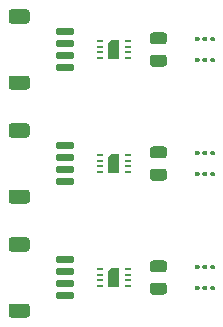
<source format=gtp>
G04 #@! TF.GenerationSoftware,KiCad,Pcbnew,6.0.2+dfsg-1*
G04 #@! TF.CreationDate,2023-06-21T21:46:00-06:00*
G04 #@! TF.ProjectId,i2c-wxsns-array,6932632d-7778-4736-9e73-2d6172726179,rev?*
G04 #@! TF.SameCoordinates,Original*
G04 #@! TF.FileFunction,Paste,Top*
G04 #@! TF.FilePolarity,Positive*
%FSLAX46Y46*%
G04 Gerber Fmt 4.6, Leading zero omitted, Abs format (unit mm)*
G04 Created by KiCad (PCBNEW 6.0.2+dfsg-1) date 2023-06-21 21:46:00*
%MOMM*%
%LPD*%
G01*
G04 APERTURE LIST*
%ADD10R,0.550000X0.250000*%
G04 APERTURE END LIST*
G36*
X51169000Y-26972000D02*
G01*
X50269000Y-26972000D01*
X50269000Y-25642000D01*
X50539000Y-25372000D01*
X51169000Y-25372000D01*
X51169000Y-26972000D01*
G37*
D10*
X49544000Y-25422000D03*
X49544000Y-25922000D03*
X49544000Y-26422000D03*
X49544000Y-26922000D03*
X51894000Y-26922000D03*
X51894000Y-26422000D03*
X51894000Y-25922000D03*
X51894000Y-25422000D03*
G36*
G01*
X45966000Y-24376000D02*
X47216000Y-24376000D01*
G75*
G02*
X47366000Y-24526000I0J-150000D01*
G01*
X47366000Y-24826000D01*
G75*
G02*
X47216000Y-24976000I-150000J0D01*
G01*
X45966000Y-24976000D01*
G75*
G02*
X45816000Y-24826000I0J150000D01*
G01*
X45816000Y-24526000D01*
G75*
G02*
X45966000Y-24376000I150000J0D01*
G01*
G37*
G36*
G01*
X45966000Y-25376000D02*
X47216000Y-25376000D01*
G75*
G02*
X47366000Y-25526000I0J-150000D01*
G01*
X47366000Y-25826000D01*
G75*
G02*
X47216000Y-25976000I-150000J0D01*
G01*
X45966000Y-25976000D01*
G75*
G02*
X45816000Y-25826000I0J150000D01*
G01*
X45816000Y-25526000D01*
G75*
G02*
X45966000Y-25376000I150000J0D01*
G01*
G37*
G36*
G01*
X45966000Y-26376000D02*
X47216000Y-26376000D01*
G75*
G02*
X47366000Y-26526000I0J-150000D01*
G01*
X47366000Y-26826000D01*
G75*
G02*
X47216000Y-26976000I-150000J0D01*
G01*
X45966000Y-26976000D01*
G75*
G02*
X45816000Y-26826000I0J150000D01*
G01*
X45816000Y-26526000D01*
G75*
G02*
X45966000Y-26376000I150000J0D01*
G01*
G37*
G36*
G01*
X45966000Y-27376000D02*
X47216000Y-27376000D01*
G75*
G02*
X47366000Y-27526000I0J-150000D01*
G01*
X47366000Y-27826000D01*
G75*
G02*
X47216000Y-27976000I-150000J0D01*
G01*
X45966000Y-27976000D01*
G75*
G02*
X45816000Y-27826000I0J150000D01*
G01*
X45816000Y-27526000D01*
G75*
G02*
X45966000Y-27376000I150000J0D01*
G01*
G37*
G36*
G01*
X42066000Y-28376000D02*
X43366000Y-28376000D01*
G75*
G02*
X43616000Y-28626000I0J-250000D01*
G01*
X43616000Y-29326000D01*
G75*
G02*
X43366000Y-29576000I-250000J0D01*
G01*
X42066000Y-29576000D01*
G75*
G02*
X41816000Y-29326000I0J250000D01*
G01*
X41816000Y-28626000D01*
G75*
G02*
X42066000Y-28376000I250000J0D01*
G01*
G37*
G36*
G01*
X42066000Y-22776000D02*
X43366000Y-22776000D01*
G75*
G02*
X43616000Y-23026000I0J-250000D01*
G01*
X43616000Y-23726000D01*
G75*
G02*
X43366000Y-23976000I-250000J0D01*
G01*
X42066000Y-23976000D01*
G75*
G02*
X41816000Y-23726000I0J250000D01*
G01*
X41816000Y-23026000D01*
G75*
G02*
X42066000Y-22776000I250000J0D01*
G01*
G37*
G36*
G01*
X57890250Y-46551000D02*
X57677750Y-46551000D01*
G75*
G02*
X57584000Y-46457250I0J93750D01*
G01*
X57584000Y-46269750D01*
G75*
G02*
X57677750Y-46176000I93750J0D01*
G01*
X57890250Y-46176000D01*
G75*
G02*
X57984000Y-46269750I0J-93750D01*
G01*
X57984000Y-46457250D01*
G75*
G02*
X57890250Y-46551000I-93750J0D01*
G01*
G37*
G36*
G01*
X58540250Y-46551000D02*
X58327750Y-46551000D01*
G75*
G02*
X58234000Y-46457250I0J93750D01*
G01*
X58234000Y-46269750D01*
G75*
G02*
X58327750Y-46176000I93750J0D01*
G01*
X58540250Y-46176000D01*
G75*
G02*
X58634000Y-46269750I0J-93750D01*
G01*
X58634000Y-46457250D01*
G75*
G02*
X58540250Y-46551000I-93750J0D01*
G01*
G37*
G36*
G01*
X59190250Y-46551000D02*
X58977750Y-46551000D01*
G75*
G02*
X58884000Y-46457250I0J93750D01*
G01*
X58884000Y-46269750D01*
G75*
G02*
X58977750Y-46176000I93750J0D01*
G01*
X59190250Y-46176000D01*
G75*
G02*
X59284000Y-46269750I0J-93750D01*
G01*
X59284000Y-46457250D01*
G75*
G02*
X59190250Y-46551000I-93750J0D01*
G01*
G37*
G36*
G01*
X59190250Y-44776000D02*
X58977750Y-44776000D01*
G75*
G02*
X58884000Y-44682250I0J93750D01*
G01*
X58884000Y-44494750D01*
G75*
G02*
X58977750Y-44401000I93750J0D01*
G01*
X59190250Y-44401000D01*
G75*
G02*
X59284000Y-44494750I0J-93750D01*
G01*
X59284000Y-44682250D01*
G75*
G02*
X59190250Y-44776000I-93750J0D01*
G01*
G37*
G36*
G01*
X58540250Y-44776000D02*
X58327750Y-44776000D01*
G75*
G02*
X58234000Y-44682250I0J93750D01*
G01*
X58234000Y-44494750D01*
G75*
G02*
X58327750Y-44401000I93750J0D01*
G01*
X58540250Y-44401000D01*
G75*
G02*
X58634000Y-44494750I0J-93750D01*
G01*
X58634000Y-44682250D01*
G75*
G02*
X58540250Y-44776000I-93750J0D01*
G01*
G37*
G36*
G01*
X57890250Y-44776000D02*
X57677750Y-44776000D01*
G75*
G02*
X57584000Y-44682250I0J93750D01*
G01*
X57584000Y-44494750D01*
G75*
G02*
X57677750Y-44401000I93750J0D01*
G01*
X57890250Y-44401000D01*
G75*
G02*
X57984000Y-44494750I0J-93750D01*
G01*
X57984000Y-44682250D01*
G75*
G02*
X57890250Y-44776000I-93750J0D01*
G01*
G37*
G36*
X51169000Y-46276000D02*
G01*
X50269000Y-46276000D01*
X50269000Y-44946000D01*
X50539000Y-44676000D01*
X51169000Y-44676000D01*
X51169000Y-46276000D01*
G37*
X49544000Y-44726000D03*
X49544000Y-45226000D03*
X49544000Y-45726000D03*
X49544000Y-46226000D03*
X51894000Y-46226000D03*
X51894000Y-45726000D03*
X51894000Y-45226000D03*
X51894000Y-44726000D03*
G36*
G01*
X57890250Y-27247000D02*
X57677750Y-27247000D01*
G75*
G02*
X57584000Y-27153250I0J93750D01*
G01*
X57584000Y-26965750D01*
G75*
G02*
X57677750Y-26872000I93750J0D01*
G01*
X57890250Y-26872000D01*
G75*
G02*
X57984000Y-26965750I0J-93750D01*
G01*
X57984000Y-27153250D01*
G75*
G02*
X57890250Y-27247000I-93750J0D01*
G01*
G37*
G36*
G01*
X58540250Y-27247000D02*
X58327750Y-27247000D01*
G75*
G02*
X58234000Y-27153250I0J93750D01*
G01*
X58234000Y-26965750D01*
G75*
G02*
X58327750Y-26872000I93750J0D01*
G01*
X58540250Y-26872000D01*
G75*
G02*
X58634000Y-26965750I0J-93750D01*
G01*
X58634000Y-27153250D01*
G75*
G02*
X58540250Y-27247000I-93750J0D01*
G01*
G37*
G36*
G01*
X59190250Y-27247000D02*
X58977750Y-27247000D01*
G75*
G02*
X58884000Y-27153250I0J93750D01*
G01*
X58884000Y-26965750D01*
G75*
G02*
X58977750Y-26872000I93750J0D01*
G01*
X59190250Y-26872000D01*
G75*
G02*
X59284000Y-26965750I0J-93750D01*
G01*
X59284000Y-27153250D01*
G75*
G02*
X59190250Y-27247000I-93750J0D01*
G01*
G37*
G36*
G01*
X59190250Y-25472000D02*
X58977750Y-25472000D01*
G75*
G02*
X58884000Y-25378250I0J93750D01*
G01*
X58884000Y-25190750D01*
G75*
G02*
X58977750Y-25097000I93750J0D01*
G01*
X59190250Y-25097000D01*
G75*
G02*
X59284000Y-25190750I0J-93750D01*
G01*
X59284000Y-25378250D01*
G75*
G02*
X59190250Y-25472000I-93750J0D01*
G01*
G37*
G36*
G01*
X58540250Y-25472000D02*
X58327750Y-25472000D01*
G75*
G02*
X58234000Y-25378250I0J93750D01*
G01*
X58234000Y-25190750D01*
G75*
G02*
X58327750Y-25097000I93750J0D01*
G01*
X58540250Y-25097000D01*
G75*
G02*
X58634000Y-25190750I0J-93750D01*
G01*
X58634000Y-25378250D01*
G75*
G02*
X58540250Y-25472000I-93750J0D01*
G01*
G37*
G36*
G01*
X57890250Y-25472000D02*
X57677750Y-25472000D01*
G75*
G02*
X57584000Y-25378250I0J93750D01*
G01*
X57584000Y-25190750D01*
G75*
G02*
X57677750Y-25097000I93750J0D01*
G01*
X57890250Y-25097000D01*
G75*
G02*
X57984000Y-25190750I0J-93750D01*
G01*
X57984000Y-25378250D01*
G75*
G02*
X57890250Y-25472000I-93750J0D01*
G01*
G37*
G36*
G01*
X54972000Y-27622000D02*
X54022000Y-27622000D01*
G75*
G02*
X53772000Y-27372000I0J250000D01*
G01*
X53772000Y-26872000D01*
G75*
G02*
X54022000Y-26622000I250000J0D01*
G01*
X54972000Y-26622000D01*
G75*
G02*
X55222000Y-26872000I0J-250000D01*
G01*
X55222000Y-27372000D01*
G75*
G02*
X54972000Y-27622000I-250000J0D01*
G01*
G37*
G36*
G01*
X54972000Y-25722000D02*
X54022000Y-25722000D01*
G75*
G02*
X53772000Y-25472000I0J250000D01*
G01*
X53772000Y-24972000D01*
G75*
G02*
X54022000Y-24722000I250000J0D01*
G01*
X54972000Y-24722000D01*
G75*
G02*
X55222000Y-24972000I0J-250000D01*
G01*
X55222000Y-25472000D01*
G75*
G02*
X54972000Y-25722000I-250000J0D01*
G01*
G37*
G36*
G01*
X57890250Y-36899000D02*
X57677750Y-36899000D01*
G75*
G02*
X57584000Y-36805250I0J93750D01*
G01*
X57584000Y-36617750D01*
G75*
G02*
X57677750Y-36524000I93750J0D01*
G01*
X57890250Y-36524000D01*
G75*
G02*
X57984000Y-36617750I0J-93750D01*
G01*
X57984000Y-36805250D01*
G75*
G02*
X57890250Y-36899000I-93750J0D01*
G01*
G37*
G36*
G01*
X58540250Y-36899000D02*
X58327750Y-36899000D01*
G75*
G02*
X58234000Y-36805250I0J93750D01*
G01*
X58234000Y-36617750D01*
G75*
G02*
X58327750Y-36524000I93750J0D01*
G01*
X58540250Y-36524000D01*
G75*
G02*
X58634000Y-36617750I0J-93750D01*
G01*
X58634000Y-36805250D01*
G75*
G02*
X58540250Y-36899000I-93750J0D01*
G01*
G37*
G36*
G01*
X59190250Y-36899000D02*
X58977750Y-36899000D01*
G75*
G02*
X58884000Y-36805250I0J93750D01*
G01*
X58884000Y-36617750D01*
G75*
G02*
X58977750Y-36524000I93750J0D01*
G01*
X59190250Y-36524000D01*
G75*
G02*
X59284000Y-36617750I0J-93750D01*
G01*
X59284000Y-36805250D01*
G75*
G02*
X59190250Y-36899000I-93750J0D01*
G01*
G37*
G36*
G01*
X59190250Y-35124000D02*
X58977750Y-35124000D01*
G75*
G02*
X58884000Y-35030250I0J93750D01*
G01*
X58884000Y-34842750D01*
G75*
G02*
X58977750Y-34749000I93750J0D01*
G01*
X59190250Y-34749000D01*
G75*
G02*
X59284000Y-34842750I0J-93750D01*
G01*
X59284000Y-35030250D01*
G75*
G02*
X59190250Y-35124000I-93750J0D01*
G01*
G37*
G36*
G01*
X58540250Y-35124000D02*
X58327750Y-35124000D01*
G75*
G02*
X58234000Y-35030250I0J93750D01*
G01*
X58234000Y-34842750D01*
G75*
G02*
X58327750Y-34749000I93750J0D01*
G01*
X58540250Y-34749000D01*
G75*
G02*
X58634000Y-34842750I0J-93750D01*
G01*
X58634000Y-35030250D01*
G75*
G02*
X58540250Y-35124000I-93750J0D01*
G01*
G37*
G36*
G01*
X57890250Y-35124000D02*
X57677750Y-35124000D01*
G75*
G02*
X57584000Y-35030250I0J93750D01*
G01*
X57584000Y-34842750D01*
G75*
G02*
X57677750Y-34749000I93750J0D01*
G01*
X57890250Y-34749000D01*
G75*
G02*
X57984000Y-34842750I0J-93750D01*
G01*
X57984000Y-35030250D01*
G75*
G02*
X57890250Y-35124000I-93750J0D01*
G01*
G37*
G36*
G01*
X54972000Y-37274000D02*
X54022000Y-37274000D01*
G75*
G02*
X53772000Y-37024000I0J250000D01*
G01*
X53772000Y-36524000D01*
G75*
G02*
X54022000Y-36274000I250000J0D01*
G01*
X54972000Y-36274000D01*
G75*
G02*
X55222000Y-36524000I0J-250000D01*
G01*
X55222000Y-37024000D01*
G75*
G02*
X54972000Y-37274000I-250000J0D01*
G01*
G37*
G36*
G01*
X54972000Y-35374000D02*
X54022000Y-35374000D01*
G75*
G02*
X53772000Y-35124000I0J250000D01*
G01*
X53772000Y-34624000D01*
G75*
G02*
X54022000Y-34374000I250000J0D01*
G01*
X54972000Y-34374000D01*
G75*
G02*
X55222000Y-34624000I0J-250000D01*
G01*
X55222000Y-35124000D01*
G75*
G02*
X54972000Y-35374000I-250000J0D01*
G01*
G37*
G36*
G01*
X45966000Y-43680000D02*
X47216000Y-43680000D01*
G75*
G02*
X47366000Y-43830000I0J-150000D01*
G01*
X47366000Y-44130000D01*
G75*
G02*
X47216000Y-44280000I-150000J0D01*
G01*
X45966000Y-44280000D01*
G75*
G02*
X45816000Y-44130000I0J150000D01*
G01*
X45816000Y-43830000D01*
G75*
G02*
X45966000Y-43680000I150000J0D01*
G01*
G37*
G36*
G01*
X45966000Y-44680000D02*
X47216000Y-44680000D01*
G75*
G02*
X47366000Y-44830000I0J-150000D01*
G01*
X47366000Y-45130000D01*
G75*
G02*
X47216000Y-45280000I-150000J0D01*
G01*
X45966000Y-45280000D01*
G75*
G02*
X45816000Y-45130000I0J150000D01*
G01*
X45816000Y-44830000D01*
G75*
G02*
X45966000Y-44680000I150000J0D01*
G01*
G37*
G36*
G01*
X45966000Y-45680000D02*
X47216000Y-45680000D01*
G75*
G02*
X47366000Y-45830000I0J-150000D01*
G01*
X47366000Y-46130000D01*
G75*
G02*
X47216000Y-46280000I-150000J0D01*
G01*
X45966000Y-46280000D01*
G75*
G02*
X45816000Y-46130000I0J150000D01*
G01*
X45816000Y-45830000D01*
G75*
G02*
X45966000Y-45680000I150000J0D01*
G01*
G37*
G36*
G01*
X45966000Y-46680000D02*
X47216000Y-46680000D01*
G75*
G02*
X47366000Y-46830000I0J-150000D01*
G01*
X47366000Y-47130000D01*
G75*
G02*
X47216000Y-47280000I-150000J0D01*
G01*
X45966000Y-47280000D01*
G75*
G02*
X45816000Y-47130000I0J150000D01*
G01*
X45816000Y-46830000D01*
G75*
G02*
X45966000Y-46680000I150000J0D01*
G01*
G37*
G36*
G01*
X42066000Y-42080000D02*
X43366000Y-42080000D01*
G75*
G02*
X43616000Y-42330000I0J-250000D01*
G01*
X43616000Y-43030000D01*
G75*
G02*
X43366000Y-43280000I-250000J0D01*
G01*
X42066000Y-43280000D01*
G75*
G02*
X41816000Y-43030000I0J250000D01*
G01*
X41816000Y-42330000D01*
G75*
G02*
X42066000Y-42080000I250000J0D01*
G01*
G37*
G36*
G01*
X42066000Y-47680000D02*
X43366000Y-47680000D01*
G75*
G02*
X43616000Y-47930000I0J-250000D01*
G01*
X43616000Y-48630000D01*
G75*
G02*
X43366000Y-48880000I-250000J0D01*
G01*
X42066000Y-48880000D01*
G75*
G02*
X41816000Y-48630000I0J250000D01*
G01*
X41816000Y-47930000D01*
G75*
G02*
X42066000Y-47680000I250000J0D01*
G01*
G37*
G36*
G01*
X45966000Y-34028000D02*
X47216000Y-34028000D01*
G75*
G02*
X47366000Y-34178000I0J-150000D01*
G01*
X47366000Y-34478000D01*
G75*
G02*
X47216000Y-34628000I-150000J0D01*
G01*
X45966000Y-34628000D01*
G75*
G02*
X45816000Y-34478000I0J150000D01*
G01*
X45816000Y-34178000D01*
G75*
G02*
X45966000Y-34028000I150000J0D01*
G01*
G37*
G36*
G01*
X45966000Y-35028000D02*
X47216000Y-35028000D01*
G75*
G02*
X47366000Y-35178000I0J-150000D01*
G01*
X47366000Y-35478000D01*
G75*
G02*
X47216000Y-35628000I-150000J0D01*
G01*
X45966000Y-35628000D01*
G75*
G02*
X45816000Y-35478000I0J150000D01*
G01*
X45816000Y-35178000D01*
G75*
G02*
X45966000Y-35028000I150000J0D01*
G01*
G37*
G36*
G01*
X45966000Y-36028000D02*
X47216000Y-36028000D01*
G75*
G02*
X47366000Y-36178000I0J-150000D01*
G01*
X47366000Y-36478000D01*
G75*
G02*
X47216000Y-36628000I-150000J0D01*
G01*
X45966000Y-36628000D01*
G75*
G02*
X45816000Y-36478000I0J150000D01*
G01*
X45816000Y-36178000D01*
G75*
G02*
X45966000Y-36028000I150000J0D01*
G01*
G37*
G36*
G01*
X45966000Y-37028000D02*
X47216000Y-37028000D01*
G75*
G02*
X47366000Y-37178000I0J-150000D01*
G01*
X47366000Y-37478000D01*
G75*
G02*
X47216000Y-37628000I-150000J0D01*
G01*
X45966000Y-37628000D01*
G75*
G02*
X45816000Y-37478000I0J150000D01*
G01*
X45816000Y-37178000D01*
G75*
G02*
X45966000Y-37028000I150000J0D01*
G01*
G37*
G36*
G01*
X42066000Y-38028000D02*
X43366000Y-38028000D01*
G75*
G02*
X43616000Y-38278000I0J-250000D01*
G01*
X43616000Y-38978000D01*
G75*
G02*
X43366000Y-39228000I-250000J0D01*
G01*
X42066000Y-39228000D01*
G75*
G02*
X41816000Y-38978000I0J250000D01*
G01*
X41816000Y-38278000D01*
G75*
G02*
X42066000Y-38028000I250000J0D01*
G01*
G37*
G36*
G01*
X42066000Y-32428000D02*
X43366000Y-32428000D01*
G75*
G02*
X43616000Y-32678000I0J-250000D01*
G01*
X43616000Y-33378000D01*
G75*
G02*
X43366000Y-33628000I-250000J0D01*
G01*
X42066000Y-33628000D01*
G75*
G02*
X41816000Y-33378000I0J250000D01*
G01*
X41816000Y-32678000D01*
G75*
G02*
X42066000Y-32428000I250000J0D01*
G01*
G37*
G36*
G01*
X54972000Y-46926000D02*
X54022000Y-46926000D01*
G75*
G02*
X53772000Y-46676000I0J250000D01*
G01*
X53772000Y-46176000D01*
G75*
G02*
X54022000Y-45926000I250000J0D01*
G01*
X54972000Y-45926000D01*
G75*
G02*
X55222000Y-46176000I0J-250000D01*
G01*
X55222000Y-46676000D01*
G75*
G02*
X54972000Y-46926000I-250000J0D01*
G01*
G37*
G36*
G01*
X54972000Y-45026000D02*
X54022000Y-45026000D01*
G75*
G02*
X53772000Y-44776000I0J250000D01*
G01*
X53772000Y-44276000D01*
G75*
G02*
X54022000Y-44026000I250000J0D01*
G01*
X54972000Y-44026000D01*
G75*
G02*
X55222000Y-44276000I0J-250000D01*
G01*
X55222000Y-44776000D01*
G75*
G02*
X54972000Y-45026000I-250000J0D01*
G01*
G37*
G36*
X51169000Y-36624000D02*
G01*
X50269000Y-36624000D01*
X50269000Y-35294000D01*
X50539000Y-35024000D01*
X51169000Y-35024000D01*
X51169000Y-36624000D01*
G37*
X49544000Y-35074000D03*
X49544000Y-35574000D03*
X49544000Y-36074000D03*
X49544000Y-36574000D03*
X51894000Y-36574000D03*
X51894000Y-36074000D03*
X51894000Y-35574000D03*
X51894000Y-35074000D03*
M02*

</source>
